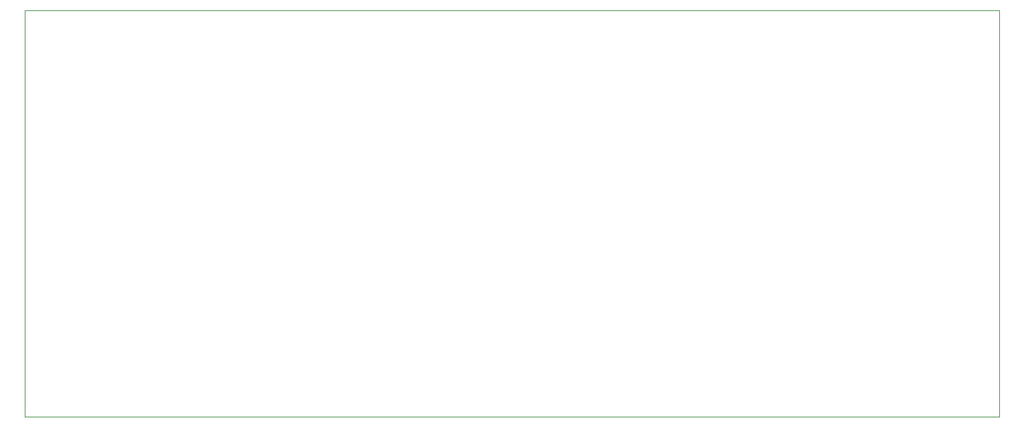
<source format=gbr>
%TF.GenerationSoftware,KiCad,Pcbnew,8.0.4*%
%TF.CreationDate,2025-03-12T23:32:50+01:00*%
%TF.ProjectId,Transistor Board V2,5472616e-7369-4737-946f-7220426f6172,rev?*%
%TF.SameCoordinates,Original*%
%TF.FileFunction,Profile,NP*%
%FSLAX46Y46*%
G04 Gerber Fmt 4.6, Leading zero omitted, Abs format (unit mm)*
G04 Created by KiCad (PCBNEW 8.0.4) date 2025-03-12 23:32:50*
%MOMM*%
%LPD*%
G01*
G04 APERTURE LIST*
%TA.AperFunction,Profile*%
%ADD10C,0.100000*%
%TD*%
G04 APERTURE END LIST*
D10*
X138981000Y-89959000D02*
X258981000Y-89959000D01*
X258981000Y-139959000D01*
X138981000Y-139959000D01*
X138981000Y-89959000D01*
M02*

</source>
